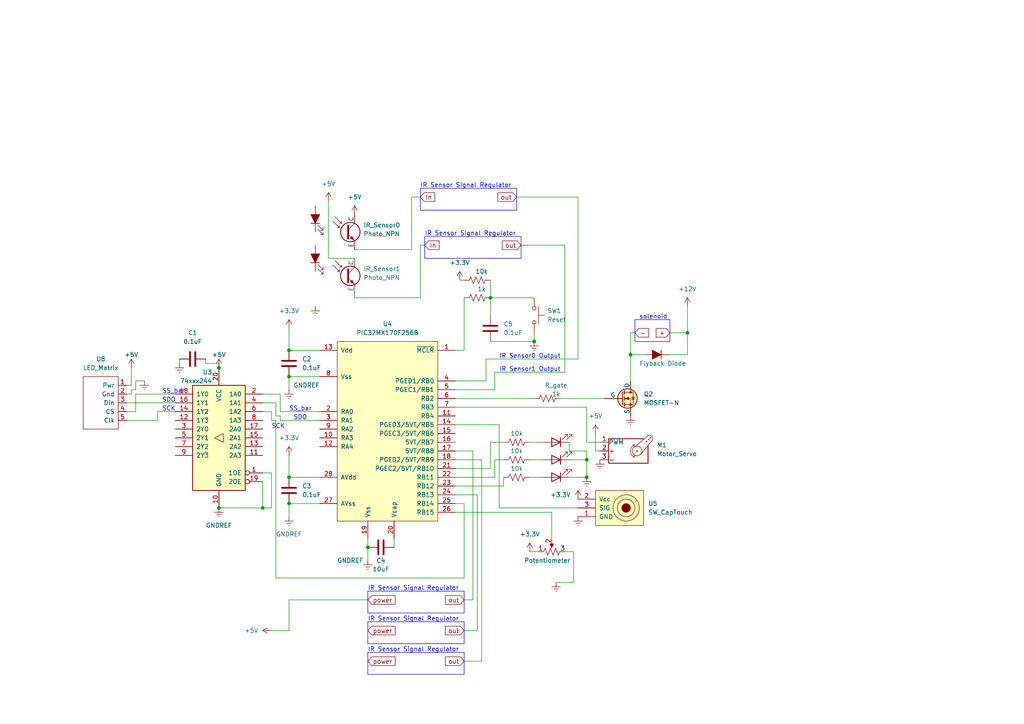
<source format=kicad_sch>
(kicad_sch (version 20230121) (generator eeschema)
  (paper "A4")
  (lib_symbols
    (symbol "Device:LED" (pin_numbers hide) (pin_names (offset 1.016) hide)
      (property "Reference" "D" (at 0 2.54 0))
      (property "Value" "LED" (at 0 -2.54 0))
      (symbol "LED_0_1"
        (polyline (pts (xy -1.27 -1.27) (xy -1.27 1.27)) (stroke (width 0.254)))
        (polyline (pts (xy -1.27 0) (xy 1.27 0)))
        (polyline (pts (xy 1.27 -1.27) (xy 1.27 1.27) (xy -1.27 0) (xy 1.27 -1.27)) (stroke (width 0.254)))
        (polyline (pts (xy -3.048 -0.762) (xy -4.572 -2.286) (xy -3.81 -2.286) (xy -4.572 -2.286) (xy -4.572 -1.524)))
        (polyline (pts (xy -1.778 -0.762) (xy -3.302 -2.286) (xy -2.54 -2.286) (xy -3.302 -2.286) (xy -3.302 -1.524)))
      )
      (symbol "LED_1_1"
        (pin passive line (at -3.81 0 0) (length 2.54) (name "K") (number "1"))
        (pin passive line (at 3.81 0 180) (length 2.54) (name "A") (number "2"))
      )
    )
    (symbol "ME218_BaseLib:74xxx244" (pin_names (offset 1.016))
      (property "Reference" "U" (at -7.62 16.51 0))
      (property "Value" "74xxx244" (at -7.62 -16.51 0))
      (symbol "74xxx244_1_0"
        (polyline (pts (xy 1.27 0) (xy -1.27 1.27) (xy -1.27 -1.27) (xy 1.27 0)) (stroke (width 0.1524)))
        (pin input inverted (at -12.7 -10.16 0) (length 5.08) (name "1OE") (number "1"))
        (pin power_in line (at 0 -20.32 90) (length 5.08) (name "GND") (number "10"))
        (pin input line (at -12.7 -5.08 0) (length 5.08) (name "2A3") (number "11"))
        (pin output line (at 12.7 5.08 180) (length 5.08) (name "1Y3") (number "12"))
        (pin input line (at -12.7 -2.54 0) (length 5.08) (name "2A2") (number "13"))
        (pin output line (at 12.7 7.62 180) (length 5.08) (name "1Y2") (number "14"))
        (pin input line (at -12.7 0 0) (length 5.08) (name "2A1") (number "15"))
        (pin output line (at 12.7 10.16 180) (length 5.08) (name "1Y1") (number "16"))
        (pin input line (at -12.7 2.54 0) (length 5.08) (name "2A0") (number "17"))
        (pin output line (at 12.7 12.7 180) (length 5.08) (name "1Y0") (number "18"))
        (pin input inverted (at -12.7 -12.7 0) (length 5.08) (name "2OE") (number "19"))
        (pin input line (at -12.7 12.7 0) (length 5.08) (name "1A0") (number "2"))
        (pin power_in line (at 0 20.32 270) (length 5.08) (name "VCC") (number "20"))
        (pin output line (at 12.7 2.54 180) (length 5.08) (name "2Y0") (number "3"))
        (pin input line (at -12.7 10.16 0) (length 5.08) (name "1A1") (number "4"))
        (pin output line (at 12.7 0 180) (length 5.08) (name "2Y1") (number "5"))
        (pin input line (at -12.7 7.62 0) (length 5.08) (name "1A2") (number "6"))
        (pin output line (at 12.7 -2.54 180) (length 5.08) (name "2Y2") (number "7"))
        (pin input line (at -12.7 5.08 0) (length 5.08) (name "1A3") (number "8"))
        (pin output line (at 12.7 -5.08 180) (length 5.08) (name "2Y3") (number "9"))
      )
      (symbol "74xxx244_1_1"
        (rectangle (start -7.62 15.24) (end 7.62 -15.24) (stroke (width 0.254)) (fill (type background)))
      )
    )
    (symbol "ME218_BaseLib:Cap" (pin_numbers hide) (pin_names (offset 0.254))
      (property "Reference" "C" (at 0.635 2.54 0))
      (property "Value" "Cap" (at 0.635 -2.54 0))
      (symbol "Cap_0_1"
        (polyline (pts (xy -2.032 -0.762) (xy 2.032 -0.762)) (stroke (width 0.508)))
        (polyline (pts (xy -2.032 0.762) (xy 2.032 0.762)) (stroke (width 0.508)))
      )
      (symbol "Cap_1_1"
        (pin passive line (at 0 3.81 270) (length 2.794) (name "~") (number "1"))
        (pin passive line (at 0 -3.81 90) (length 2.794) (name "~") (number "2"))
      )
    )
    (symbol "ME218_BaseLib:Diode" (pin_numbers hide) (pin_names (offset 1.016) hide)
      (property "Reference" "D" (at 0 2.54 0))
      (property "Value" "Diode" (at 0 -2.54 0))
      (symbol "Diode_0_1"
        (polyline (pts (xy -1.27 1.27) (xy -1.27 -1.27)) (stroke (width 0.2032)))
        (polyline (pts (xy 1.27 0) (xy -1.27 0)))
        (polyline (pts (xy 1.27 1.27) (xy 1.27 -1.27) (xy -1.27 0) (xy 1.27 1.27)) (stroke (width 0.2032)) (fill (type outline)))
      )
      (symbol "Diode_1_1"
        (pin passive line (at -3.81 0 0) (length 2.54) (name "K") (number "1"))
        (pin passive line (at 3.81 0 180) (length 2.54) (name "A") (number "2"))
      )
    )
    (symbol "ME218_BaseLib:LED" (pin_numbers hide) (pin_names (offset 1.016) hide)
      (property "Reference" "D" (at 0 2.54 0))
      (property "Value" "LED" (at 0 -2.54 0))
      (symbol "LED_0_1"
        (polyline (pts (xy -1.27 -1.27) (xy -1.27 1.27)) (stroke (width 0.2032)))
        (polyline (pts (xy -1.27 0) (xy 1.27 0)))
        (polyline (pts (xy 1.27 -1.27) (xy 1.27 1.27) (xy -1.27 0) (xy 1.27 -1.27)) (stroke (width 0.2032)) (fill (type outline)))
        (polyline (pts (xy -3.048 -0.762) (xy -4.572 -2.286) (xy -3.81 -2.286) (xy -4.572 -2.286) (xy -4.572 -1.524)))
        (polyline (pts (xy -1.778 -0.762) (xy -3.302 -2.286) (xy -2.54 -2.286) (xy -3.302 -2.286) (xy -3.302 -1.524)))
      )
      (symbol "LED_1_1"
        (pin passive line (at -3.81 0 0) (length 2.54) (name "K") (number "1"))
        (pin passive line (at 3.81 0 180) (length 2.54) (name "A") (number "2"))
      )
    )
    (symbol "ME218_BaseLib:LED_Matrix" (pin_names (offset 1.016))
      (property "Reference" "U" (at 1.27 17.78 0))
      (property "Value" "LED_Matrix" (at 5.08 0 0))
      (symbol "LED_Matrix_0_1"
        (rectangle (start 0 16.51) (end 10.16 1.27))
      )
      (symbol "LED_Matrix_1_1"
        (pin power_in line (at 12.7 13.97 180) (length 2.54) (name "Pwr") (number "1"))
        (pin power_in line (at 12.7 11.43 180) (length 2.54) (name "Gnd") (number "2"))
        (pin input line (at 12.7 8.89 180) (length 2.54) (name "Din") (number "3"))
        (pin input line (at 12.7 6.35 180) (length 2.54) (name "CS") (number "4"))
        (pin input line (at 12.7 3.81 180) (length 2.54) (name "Clk") (number "5"))
      )
    )
    (symbol "ME218_BaseLib:MCP6294"
      (property "Reference" "U" (at 1.27 5.08 0))
      (property "Value" "MCP6294" (at 3.81 -5.08 0))
      (symbol "MCP6294_0_1"
        (polyline (pts (xy -5.08 5.08) (xy 5.08 0) (xy -5.08 -5.08) (xy -5.08 5.08)) (stroke (width 0.1524)) (fill (type background)))
        (pin power_in line (at -2.54 -7.62 90) (length 3.81) (name "V-") (number "11"))
        (pin power_in line (at -2.54 7.62 270) (length 3.81) (name "V+") (number "4"))
      )
      (symbol "MCP6294_1_1"
        (pin output line (at 7.62 0 180) (length 2.54) (name "~") (number "1"))
        (pin input line (at -7.62 2.54 0) (length 2.54) (name "-") (number "2"))
        (pin input line (at -7.62 -2.54 0) (length 2.54) (name "+") (number "3"))
      )
      (symbol "MCP6294_2_1"
        (pin input line (at -7.62 -2.54 0) (length 2.54) (name "+") (number "5"))
        (pin input line (at -7.62 2.54 0) (length 2.54) (name "-") (number "6"))
        (pin output line (at 7.62 0 180) (length 2.54) (name "~") (number "7"))
      )
      (symbol "MCP6294_3_1"
        (pin input line (at -7.62 -2.54 0) (length 2.54) (name "+") (number "10"))
        (pin output line (at 7.62 0 180) (length 2.54) (name "~") (number "8"))
        (pin input line (at -7.62 2.54 0) (length 2.54) (name "-") (number "9"))
      )
      (symbol "MCP6294_4_1"
        (pin input line (at -7.62 -2.54 0) (length 2.54) (name "+") (number "12"))
        (pin input line (at -7.62 2.54 0) (length 2.54) (name "-") (number "13"))
        (pin output line (at 7.62 0 180) (length 2.54) (name "~") (number "14"))
      )
    )
    (symbol "ME218_BaseLib:MOSFET-N" (pin_numbers hide) (pin_names (offset 0))
      (property "Reference" "Q" (at 5.08 1.27 0))
      (property "Value" "MOSFET-N" (at 5.08 -1.27 0))
      (symbol "MOSFET-N_0_1"
        (polyline (pts (xy 0.0508 0) (xy 0.254 0)))
        (polyline (pts (xy 0.762 -1.778) (xy 2.54 -1.778)))
        (polyline (pts (xy 0.762 -1.27) (xy 0.762 -2.286)) (stroke (width 0.254)))
        (polyline (pts (xy 0.762 0) (xy 2.54 0)))
        (polyline (pts (xy 0.762 0.508) (xy 0.762 -0.508)) (stroke (width 0.254)))
        (polyline (pts (xy 0.762 1.778) (xy 2.54 1.778)))
        (polyline (pts (xy 0.762 2.286) (xy 0.762 1.27)) (stroke (width 0.254)))
        (polyline (pts (xy 2.54 -1.778) (xy 2.54 -2.54)))
        (polyline (pts (xy 2.54 -1.778) (xy 2.54 0)))
        (polyline (pts (xy 2.54 2.54) (xy 2.54 1.778)))
        (polyline (pts (xy 0.254 1.905) (xy 0.254 -1.905) (xy 0.254 -1.905)) (stroke (width 0.254)))
        (polyline (pts (xy 1.016 0) (xy 2.032 0.381) (xy 2.032 -0.381) (xy 1.016 0)) (fill (type outline)))
        (polyline (pts (xy 2.54 -1.778) (xy 3.302 -1.778) (xy 3.302 1.778) (xy 2.54 1.778)))
        (polyline (pts (xy 2.794 0.508) (xy 2.921 0.381) (xy 3.683 0.381) (xy 3.81 0.254)))
        (polyline (pts (xy 3.302 0.381) (xy 2.921 -0.254) (xy 3.683 -0.254) (xy 3.302 0.381)))
        (circle (center 1.651 0) (radius 2.8194) (stroke (width 0.254)) (fill (type background)))
        (circle (center 2.54 -1.778) (radius 0.2794) (fill (type outline)))
        (circle (center 2.54 1.778) (radius 0.2794) (fill (type outline)))
      )
      (symbol "MOSFET-N_1_1"
        (pin passive line (at 2.54 5.08 270) (length 2.54) (name "D") (number "1"))
        (pin input line (at -5.08 0 0) (length 5.08) (name "G") (number "2"))
        (pin passive line (at 2.54 -5.08 90) (length 2.54) (name "S") (number "3"))
      )
    )
    (symbol "ME218_BaseLib:Motor_Servo" (pin_names (offset 0.0254))
      (property "Reference" "M" (at -5.08 4.445 0))
      (property "Value" "Motor_Servo" (at -5.08 -4.064 0))
      (symbol "Motor_Servo_0_1"
        (polyline (pts (xy 2.413 -1.778) (xy 2.032 -1.778)))
        (polyline (pts (xy 2.413 -1.778) (xy 2.286 -1.397)))
        (polyline (pts (xy 2.413 1.778) (xy 1.905 1.778)))
        (polyline (pts (xy 2.413 1.778) (xy 2.286 1.397)))
        (polyline (pts (xy 6.35 4.445) (xy 2.54 1.27)))
        (polyline (pts (xy 7.62 3.175) (xy 4.191 -1.016)))
        (polyline (pts (xy 5.08 3.556) (xy -5.08 3.556) (xy -5.08 -3.556) (xy 6.35 -3.556) (xy 6.35 1.524)) (stroke (width 0.254)))
        (arc (start 2.413 1.778) (mid 1.2406 0) (end 2.413 -1.778))
        (circle (center 3.175 0) (radius 0.1778))
        (circle (center 3.175 0) (radius 1.4224))
        (circle (center 5.969 2.794) (radius 0.127))
        (circle (center 6.477 3.302) (radius 0.127))
        (circle (center 6.985 3.81) (radius 0.127))
        (arc (start 7.62 3.175) (mid 7.4485 4.2735) (end 6.35 4.445))
      )
      (symbol "Motor_Servo_1_1"
        (pin passive line (at -7.62 2.54 0) (length 2.54) (name "PWM") (number "1"))
        (pin passive line (at -7.62 0 0) (length 2.54) (name "+") (number "2"))
        (pin passive line (at -7.62 -2.54 0) (length 2.54) (name "-") (number "3"))
      )
    )
    (symbol "ME218_BaseLib:PIC32MX170F256B" (pin_names (offset 1.016))
      (property "Reference" "U" (at -20.32 25.4 0))
      (property "Value" "PIC32MX170F256B" (at -7.62 25.4 0))
      (symbol "PIC32MX170F256B_0_1"
        (rectangle (start -21.59 24.13) (end 7.62 -27.94) (fill (type background)))
      )
      (symbol "PIC32MX170F256B_1_1"
        (pin input line (at 12.7 21.59 180) (length 5.08) (name "~{MCLR}") (number "1"))
        (pin bidirectional line (at -26.67 -3.81 0) (length 5.08) (name "RA3") (number "10"))
        (pin bidirectional line (at 12.7 2.54 180) (length 5.08) (name "RB4") (number "11"))
        (pin bidirectional line (at -26.67 -6.35 0) (length 5.08) (name "RA4") (number "12"))
        (pin power_in line (at -26.67 21.59 0) (length 5.08) (name "Vdd") (number "13"))
        (pin bidirectional line (at 12.7 0 180) (length 5.08) (name "PGED3/5VT/RB5") (number "14"))
        (pin bidirectional line (at 12.7 -2.54 180) (length 5.08) (name "PGEC3/5VT/RB6") (number "15"))
        (pin bidirectional line (at 12.7 -5.08 180) (length 5.08) (name "5VT/RB7") (number "16"))
        (pin bidirectional line (at 12.7 -7.62 180) (length 5.08) (name "5VT/RB8") (number "17"))
        (pin bidirectional line (at 12.7 -10.16 180) (length 5.08) (name "PGED2/5VT/RB9") (number "18"))
        (pin power_in line (at -12.7 -33.02 90) (length 5.08) (name "Vss") (number "19"))
        (pin bidirectional line (at -26.67 3.81 0) (length 5.08) (name "RA0") (number "2"))
        (pin input line (at -5.08 -33.02 90) (length 5.08) (name "Vcap") (number "20"))
        (pin bidirectional line (at 12.7 -12.7 180) (length 5.08) (name "PGEC2/5VT/RB10") (number "21"))
        (pin bidirectional line (at 12.7 -15.24 180) (length 5.08) (name "RB11") (number "22"))
        (pin bidirectional line (at 12.7 -17.78 180) (length 5.08) (name "RB12") (number "23"))
        (pin bidirectional line (at 12.7 -20.32 180) (length 5.08) (name "RB13") (number "24"))
        (pin bidirectional line (at 12.7 -22.86 180) (length 5.08) (name "RB14") (number "25"))
        (pin bidirectional line (at 12.7 -25.4 180) (length 5.08) (name "RB15") (number "26"))
        (pin power_in line (at -26.67 -22.86 0) (length 5.08) (name "AVss") (number "27"))
        (pin power_in line (at -26.67 -15.24 0) (length 5.08) (name "AVdd") (number "28"))
        (pin bidirectional line (at -26.67 1.27 0) (length 5.08) (name "RA1") (number "3"))
        (pin bidirectional line (at 12.7 12.7 180) (length 5.08) (name "PGED1/RB0") (number "4"))
        (pin bidirectional line (at 12.7 10.16 180) (length 5.08) (name "PGEC1/RB1") (number "5"))
        (pin bidirectional line (at 12.7 7.62 180) (length 5.08) (name "RB2") (number "6"))
        (pin bidirectional line (at 12.7 5.08 180) (length 5.08) (name "RB3") (number "7"))
        (pin power_in line (at -26.67 13.97 0) (length 5.08) (name "Vss") (number "8"))
        (pin bidirectional line (at -26.67 -1.27 0) (length 5.08) (name "RA2") (number "9"))
      )
    )
    (symbol "ME218_BaseLib:Photo_NPN" (pin_numbers hide) (pin_names (offset 0))
      (property "Reference" "Q" (at 5.08 1.27 0))
      (property "Value" "Photo_NPN" (at 5.08 -1.27 0))
      (symbol "Photo_NPN_0_1"
        (polyline (pts (xy -1.905 1.27) (xy -2.54 1.27)))
        (polyline (pts (xy -1.27 2.54) (xy -1.905 2.54)))
        (polyline (pts (xy 0.635 0.635) (xy 2.54 2.54)))
        (polyline (pts (xy -3.81 3.175) (xy -1.905 1.27) (xy -1.905 1.905)))
        (polyline (pts (xy -3.175 4.445) (xy -1.27 2.54) (xy -1.27 3.175)))
        (polyline (pts (xy 0.635 -0.635) (xy 2.54 -2.54) (xy 2.54 -2.54)))
        (polyline (pts (xy 0.635 1.905) (xy 0.635 -1.905) (xy 0.635 -1.905)) (stroke (width 0.508)))
        (polyline (pts (xy 1.27 -1.778) (xy 1.778 -1.27) (xy 2.286 -2.286) (xy 1.27 -1.778) (xy 1.27 -1.778)) (fill (type outline)))
        (circle (center 1.27 0) (radius 2.8194) (stroke (width 0.254)))
      )
      (symbol "Photo_NPN_1_1"
        (pin passive line (at 2.54 5.08 270) (length 2.54) (name "C") (number "1"))
        (pin passive line (at 2.54 -5.08 90) (length 2.54) (name "E") (number "2"))
      )
    )
    (symbol "ME218_BaseLib:RPot1" (pin_names (offset 1.016) hide)
      (property "Reference" "RV" (at -4.445 0 90))
      (property "Value" "RPot1" (at -2.54 0 90))
      (symbol "RPot1_0_1"
        (polyline (pts (xy 0 -2.286) (xy 0 -2.54)))
        (polyline (pts (xy 0 2.54) (xy 0 2.286)))
        (polyline (pts (xy 2.54 0) (xy 1.524 0)))
        (polyline (pts (xy 1.143 0) (xy 2.286 0.508) (xy 2.286 -0.508) (xy 1.143 0)) (fill (type outline)))
        (polyline (pts (xy 0 -0.762) (xy 1.016 -1.143) (xy 0 -1.524) (xy -1.016 -1.905) (xy 0 -2.286)))
        (polyline (pts (xy 0 0.762) (xy 1.016 0.381) (xy 0 0) (xy -1.016 -0.381) (xy 0 -0.762)))
        (polyline (pts (xy 0 2.286) (xy 1.016 1.905) (xy 0 1.524) (xy -1.016 1.143) (xy 0 0.762)))
      )
      (symbol "RPot1_1_1"
        (pin passive line (at 0 3.81 270) (length 1.27) (name "1") (number "1"))
        (pin passive line (at 3.81 0 180) (length 1.27) (name "2") (number "2"))
        (pin passive line (at 0 -3.81 90) (length 1.27) (name "3") (number "3"))
      )
    )
    (symbol "ME218_BaseLib:Res1" (pin_numbers hide) (pin_names (offset 0))
      (property "Reference" "R" (at 2.54 0 90))
      (property "Value" "Res1" (at -2.54 0 90))
      (symbol "Res1_0_1"
        (polyline (pts (xy 0 -2.286) (xy 0 -2.54)))
        (polyline (pts (xy 0 2.286) (xy 0 2.54)))
        (polyline (pts (xy 0 -0.762) (xy 1.016 -1.143) (xy 0 -1.524) (xy -1.016 -1.905) (xy 0 -2.286)))
        (polyline (pts (xy 0 0.762) (xy 1.016 0.381) (xy 0 0) (xy -1.016 -0.381) (xy 0 -0.762)))
        (polyline (pts (xy 0 2.286) (xy 1.016 1.905) (xy 0 1.524) (xy -1.016 1.143) (xy 0 0.762)))
      )
      (symbol "Res1_1_1"
        (pin passive line (at 0 3.81 270) (length 1.27) (name "~") (number "1"))
        (pin passive line (at 0 -3.81 90) (length 1.27) (name "~") (number "2"))
      )
    )
    (symbol "ME218_BaseLib:SW-PB" (pin_numbers hide) (pin_names (offset 1.016) hide)
      (property "Reference" "SW" (at 1.27 2.54 0))
      (property "Value" "SW-PB" (at 0 -1.524 0))
      (symbol "SW-PB_0_1"
        (circle (center -2.032 0) (radius 0.508))
        (polyline (pts (xy 0 1.27) (xy 0 3.048)))
        (polyline (pts (xy 2.54 1.27) (xy -2.54 1.27)))
        (circle (center 2.032 0) (radius 0.508))
        (pin passive line (at -5.08 0 0) (length 2.54) (name "1") (number "1"))
        (pin passive line (at 5.08 0 180) (length 2.54) (name "2") (number "2"))
      )
    )
    (symbol "ME218_BaseLib:SW_CapTouch" (pin_names (offset 1.016))
      (property "Reference" "U" (at -3.81 6.35 0))
      (property "Value" "SW_CapTouch" (at 2.54 -6.35 0))
      (symbol "SW_CapTouch_0_1"
        (rectangle (start -5.08 5.08) (end 8.89 -5.08) (fill (type background)))
        (circle (center 3.81 0) (radius 1.27) (fill (type outline)))
        (circle (center 3.81 0) (radius 2.54))
        (circle (center 3.81 0) (radius 3.81))
      )
      (symbol "SW_CapTouch_1_1"
        (pin power_in line (at -10.16 -2.54 0) (length 5.08) (name "GND") (number "1"))
        (pin power_in line (at -10.16 2.54 0) (length 5.08) (name "Vcc") (number "2"))
        (pin output line (at -10.16 0 0) (length 5.08) (name "SIG") (number "3"))
      )
    )
    (symbol "power:+12V" (power) (pin_names (offset 0))
      (property "Value" "+12V" (at 0 3.556 0))
      (symbol "+12V_0_1"
        (polyline (pts (xy -0.762 1.27) (xy 0 2.54)))
        (polyline (pts (xy 0 0) (xy 0 2.54)))
        (polyline (pts (xy 0 2.54) (xy 0.762 1.27)))
      )
      (symbol "+12V_1_1"
        (pin power_in line (at 0 0 90) (length 0) hide (name "+12V") (number "1"))
      )
    )
    (symbol "power:+3.3V" (power) (pin_names (offset 0))
      (property "Value" "+3.3V" (at 0 3.556 0))
      (symbol "+3.3V_0_1"
        (polyline (pts (xy -0.762 1.27) (xy 0 2.54)))
        (polyline (pts (xy 0 0) (xy 0 2.54)))
        (polyline (pts (xy 0 2.54) (xy 0.762 1.27)))
      )
      (symbol "+3.3V_1_1"
        (pin power_in line (at 0 0 90) (length 0) hide (name "+3.3V") (number "1"))
      )
    )
    (symbol "power:+5V" (power) (pin_names (offset 0))
      (property "Value" "+5V" (at 0 3.556 0))
      (symbol "+5V_0_1"
        (polyline (pts (xy -0.762 1.27) (xy 0 2.54)))
        (polyline (pts (xy 0 0) (xy 0 2.54)))
        (polyline (pts (xy 0 2.54) (xy 0.762 1.27)))
      )
      (symbol "+5V_1_1"
        (pin power_in line (at 0 0 90) (length 0) hide (name "+5V") (number "1"))
      )
    )
    (symbol "power:GNDREF" (power) (pin_names (offset 0))
      (property "Value" "GNDREF" (at 0 -3.81 0))
      (symbol "GNDREF_0_1"
        (polyline (pts (xy -0.635 -1.905) (xy 0.635 -1.905)))
        (polyline (pts (xy -0.127 -2.54) (xy 0.127 -2.54)))
        (polyline (pts (xy 0 -1.27) (xy 0 0)))
        (polyline (pts (xy 1.27 -1.27) (xy -1.27 -1.27)))
      )
      (symbol "GNDREF_1_1"
        (pin power_in line (at 0 0 270) (length 0) hide (name "GNDREF") (number "1"))
      )
    )
  )
  (junction (at 83.82 146.05))
  (junction (at 359.41 50.8))
  (junction (at 334.01 66.04))
  (junction (at 106.68 158.75))
  (junction (at 379.73 68.58))
  (junction (at 379.73 71.12))
  (junction (at 416.56 67.31))
  (junction (at 398.78 57.15))
  (junction (at 154.94 99.06))
  (junction (at 170.18 138.43))
  (junction (at 346.71 50.8))
  (junction (at 365.76 63.5))
  (junction (at 170.18 133.35))
  (junction (at 412.75 67.31))
  (junction (at 351.79 50.8))
  (junction (at 63.5 106.68))
  (junction (at 199.39 96.52))
  (junction (at 63.5 147.32))
  (junction (at 83.82 138.43))
  (junction (at 76.2 147.32))
  (junction (at 379.73 63.5))
  (junction (at 182.88 102.87))
  (junction (at 83.82 101.6))
  (junction (at 142.24 86.36))
  (junction (at 393.7 68.58))
  (junction (at 83.82 109.22))
  (wire (pts (xy 83.82 173.99) (xy 83.82 182.88)))
  (wire (pts (xy 36.83 114.3) (xy 38.1 114.3)))
  (wire (pts (xy 59.69 105.41) (xy 63.5 105.41)))
  (wire (pts (xy 142.24 99.06) (xy 154.94 99.06)))
  (wire (pts (xy 38.1 113.03) (xy 39.37 113.03)))
  (wire (pts (xy 121.92 71.12) (xy 123.19 71.12)))
  (wire (pts (xy 143.51 133.35) (xy 143.51 138.43)))
  (wire (pts (xy 172.72 130.81) (xy 173.99 130.81)))
  (wire (pts (xy 45.72 119.38) (xy 50.8 119.38)))
  (wire (pts (xy 83.82 113.03) (xy 83.82 109.22)))
  (wire (pts (xy 81.28 120.65) (xy 80.01 120.65)))
  (wire (pts (xy 379.73 71.12) (xy 379.73 68.58)))
  (wire (pts (xy 83.82 146.05) (xy 92.71 146.05)))
  (wire (pts (xy 134.62 167.64) (xy 134.62 146.05)))
  (wire (pts (xy 132.08 130.81) (xy 137.16 130.81)))
  (wire (pts (xy 80.01 121.92) (xy 78.74 121.92)))
  (wire (pts (xy 154.94 96.52) (xy 154.94 99.06)))
  (wire (pts (xy 132.08 110.49) (xy 140.97 110.49)))
  (wire (pts (xy 134.62 182.88) (xy 138.43 182.88)))
  (wire (pts (xy 194.31 96.52) (xy 199.39 96.52)))
  (wire (pts (xy 76.2 139.7) (xy 76.2 147.32)))
  (wire (pts (xy 38.1 111.76) (xy 38.1 106.68)))
  (wire (pts (xy 80.01 116.84) (xy 76.2 116.84)))
  (wire (pts (xy 83.82 138.43) (xy 83.82 132.08)))
  (wire (pts (xy 416.56 67.31) (xy 412.75 67.31)))
  (wire (pts (xy 39.37 114.3) (xy 50.8 114.3)))
  (wire (pts (xy 146.05 140.97) (xy 132.08 140.97)))
  (wire (pts (xy 162.56 115.57) (xy 175.26 115.57)))
  (wire (pts (xy 182.88 102.87) (xy 186.69 102.87)))
  (wire (pts (xy 102.87 72.39) (xy 119.38 72.39)))
  (wire (pts (xy 146.05 133.35) (xy 143.51 133.35)))
  (wire (pts (xy 393.7 83.82) (xy 397.51 83.82)))
  (wire (pts (xy 144.78 147.32) (xy 144.78 123.19)))
  (wire (pts (xy 365.76 50.8) (xy 365.76 63.5)))
  (wire (pts (xy 334.01 66.04) (xy 350.52 66.04)))
  (wire (pts (xy 405.13 83.82) (xy 412.75 83.82)))
  (wire (pts (xy 78.74 137.16) (xy 78.74 147.32)))
  (wire (pts (xy 339.09 50.8) (xy 346.71 50.8)))
  (wire (pts (xy 102.87 86.36) (xy 121.92 86.36)))
  (wire (pts (xy 170.18 118.11) (xy 170.18 128.27)))
  (wire (pts (xy 38.1 114.3) (xy 38.1 113.03)))
  (wire (pts (xy 102.87 85.09) (xy 102.87 86.36)))
  (wire (pts (xy 134.62 86.36) (xy 134.62 101.6)))
  (wire (pts (xy 412.75 83.82) (xy 412.75 67.31)))
  (wire (pts (xy 170.18 133.35) (xy 165.1 133.35)))
  (wire (pts (xy 199.39 102.87) (xy 199.39 96.52)))
  (wire (pts (xy 416.56 64.77) (xy 416.56 67.31)))
  (wire (pts (xy 81.28 114.3) (xy 81.28 119.38)))
  (wire (pts (xy 132.08 115.57) (xy 154.94 115.57)))
  (wire (pts (xy 39.37 119.38) (xy 36.83 119.38)))
  (wire (pts (xy 153.67 138.43) (xy 157.48 138.43)))
  (wire (pts (xy 134.62 101.6) (xy 132.08 101.6)))
  (wire (pts (xy 140.97 104.14) (xy 167.64 104.14)))
  (wire (pts (xy 83.82 101.6) (xy 83.82 95.25)))
  (wire (pts (xy 153.67 133.35) (xy 157.48 133.35)))
  (wire (pts (xy 39.37 113.03) (xy 39.37 110.49)))
  (wire (pts (xy 167.64 147.32) (xy 144.78 147.32)))
  (wire (pts (xy 102.87 74.93) (xy 95.25 74.93)))
  (wire (pts (xy 95.25 58.42) (xy 95.25 74.93)))
  (wire (pts (xy 134.62 146.05) (xy 132.08 146.05)))
  (wire (pts (xy 163.83 160.02) (xy 166.37 160.02)))
  (wire (pts (xy 182.88 96.52) (xy 184.15 96.52)))
  (wire (pts (xy 398.78 57.15) (xy 416.56 57.15)))
  (wire (pts (xy 81.28 121.92) (xy 81.28 120.65)))
  (wire (pts (xy 359.41 40.64) (xy 359.41 50.8)))
  (wire (pts (xy 80.01 121.92) (xy 80.01 167.64)))
  (wire (pts (xy 142.24 91.44) (xy 142.24 86.36)))
  (wire (pts (xy 142.24 135.89) (xy 142.24 128.27)))
  (wire (pts (xy 39.37 114.3) (xy 39.37 119.38)))
  (wire (pts (xy 151.13 71.12) (xy 163.83 71.12)))
  (wire (pts (xy 398.78 57.15) (xy 398.78 58.42)))
  (wire (pts (xy 45.72 119.38) (xy 45.72 121.92)))
  (wire (pts (xy 165.1 128.27) (xy 165.1 130.81)))
  (wire (pts (xy 36.83 111.76) (xy 38.1 111.76)))
  (wire (pts (xy 379.73 62.23) (xy 379.73 63.5)))
  (wire (pts (xy 138.43 143.51) (xy 138.43 182.88)))
  (wire (pts (xy 166.37 168.91) (xy 161.29 168.91)))
  (wire (pts (xy 142.24 81.28) (xy 142.24 86.36)))
  (wire (pts (xy 45.72 121.92) (xy 36.83 121.92)))
  (wire (pts (xy 78.74 121.92) (xy 78.74 119.38)))
  (wire (pts (xy 114.3 156.21) (xy 114.3 158.75)))
  (wire (pts (xy 119.38 57.15) (xy 121.92 57.15)))
  (wire (pts (xy 379.73 52.07) (xy 379.73 54.61)))
  (wire (pts (xy 63.5 105.41) (xy 63.5 106.68)))
  (wire (pts (xy 160.02 148.59) (xy 160.02 156.21)))
  (wire (pts (xy 39.37 110.49) (xy 41.91 110.49)))
  (wire (pts (xy 167.64 57.15) (xy 167.64 104.14)))
  (wire (pts (xy 346.71 50.8) (xy 346.71 60.96)))
  (wire (pts (xy 199.39 96.52) (xy 199.39 88.9)))
  (wire (pts (xy 76.2 137.16) (xy 78.74 137.16)))
  (wire (pts (xy 149.86 57.15) (xy 167.64 57.15)))
  (wire (pts (xy 379.73 68.58) (xy 393.7 68.58)))
  (wire (pts (xy 106.68 156.21) (xy 106.68 158.75)))
  (wire (pts (xy 170.18 138.43) (xy 170.18 133.35)))
  (wire (pts (xy 140.97 110.49) (xy 140.97 104.14)))
  (wire (pts (xy 81.28 114.3) (xy 76.2 114.3)))
  (wire (pts (xy 351.79 40.64) (xy 351.79 50.8)))
  (wire (pts (xy 163.83 107.95) (xy 143.51 107.95)))
  (wire (pts (xy 379.73 63.5) (xy 393.7 63.5)))
  (wire (pts (xy 132.08 143.51) (xy 138.43 143.51)))
  (wire (pts (xy 106.68 173.99) (xy 83.82 173.99)))
  (wire (pts (xy 137.16 130.81) (xy 137.16 173.99)))
  (wire (pts (xy 355.6 58.42) (xy 355.6 55.88)))
  (wire (pts (xy 92.71 121.92) (xy 81.28 121.92)))
  (wire (pts (xy 83.82 109.22) (xy 92.71 109.22)))
  (wire (pts (xy 143.51 107.95) (xy 143.51 113.03)))
  (wire (pts (xy 166.37 160.02) (xy 166.37 168.91)))
  (wire (pts (xy 80.01 167.64) (xy 134.62 167.64)))
  (wire (pts (xy 139.7 133.35) (xy 139.7 191.77)))
  (wire (pts (xy 78.74 119.38) (xy 76.2 119.38)))
  (wire (pts (xy 121.92 86.36) (xy 121.92 71.12)))
  (wire (pts (xy 142.24 86.36) (xy 154.94 86.36)))
  (wire (pts (xy 182.88 102.87) (xy 182.88 96.52)))
  (wire (pts (xy 132.08 113.03) (xy 143.51 113.03)))
  (wire (pts (xy 379.73 68.58) (xy 379.73 63.5)))
  (wire (pts (xy 393.7 83.82) (xy 393.7 68.58)))
  (wire (pts (xy 142.24 128.27) (xy 146.05 128.27)))
  (wire (pts (xy 153.67 128.27) (xy 157.48 128.27)))
  (wire (pts (xy 182.88 110.49) (xy 182.88 102.87)))
  (wire (pts (xy 132.08 135.89) (xy 142.24 135.89)))
  (wire (pts (xy 76.2 147.32) (xy 63.5 147.32)))
  (wire (pts (xy 416.56 67.31) (xy 422.91 67.31)))
  (wire (pts (xy 172.72 125.73) (xy 172.72 130.81)))
  (wire (pts (xy 146.05 138.43) (xy 146.05 140.97)))
  (wire (pts (xy 143.51 138.43) (xy 132.08 138.43)))
  (wire (pts (xy 81.28 119.38) (xy 92.71 119.38)))
  (wire (pts (xy 83.82 138.43) (xy 92.71 138.43)))
  (wire (pts (xy 165.1 130.81) (xy 170.18 130.81)))
  (wire (pts (xy 134.62 81.28) (xy 133.35 81.28)))
  (wire (pts (xy 137.16 173.99) (xy 134.62 173.99)))
  (wire (pts (xy 83.82 101.6) (xy 92.71 101.6)))
  (wire (pts (xy 144.78 123.19) (xy 132.08 123.19)))
  (wire (pts (xy 412.75 67.31) (xy 408.94 67.31)))
  (wire (pts (xy 106.68 162.56) (xy 106.68 158.75)))
  (wire (pts (xy 83.82 149.86) (xy 83.82 146.05)))
  (wire (pts (xy 346.71 50.8) (xy 351.79 50.8)))
  (wire (pts (xy 59.69 104.14) (xy 59.69 105.41)))
  (wire (pts (xy 36.83 116.84) (xy 50.8 116.84)))
  (wire (pts (xy 132.08 118.11) (xy 170.18 118.11)))
  (wire (pts (xy 132.08 148.59) (xy 160.02 148.59)))
  (wire (pts (xy 83.82 182.88) (xy 78.74 182.88)))
  (wire (pts (xy 132.08 133.35) (xy 139.7 133.35)))
  (wire (pts (xy 408.94 67.31) (xy 408.94 66.04)))
  (wire (pts (xy 339.09 40.64) (xy 339.09 50.8)))
  (wire (pts (xy 359.41 50.8) (xy 365.76 50.8)))
  (wire (pts (xy 134.62 191.77) (xy 139.7 191.77)))
  (wire (pts (xy 346.71 60.96) (xy 350.52 60.96)))
  (wire (pts (xy 365.76 63.5) (xy 379.73 63.5)))
  (wire (pts (xy 80.01 120.65) (xy 80.01 116.84)))
  (wire (pts (xy 163.83 71.12) (xy 163.83 107.95)))
  (wire (pts (xy 78.74 147.32) (xy 76.2 147.32)))
  (wire (pts (xy 119.38 72.39) (xy 119.38 57.15)))
  (wire (pts (xy 165.1 138.43) (xy 170.18 138.43)))
  (wire (pts (xy 170.18 128.27) (xy 173.99 128.27)))
  (wire (pts (xy 379.73 72.39) (xy 379.73 71.12)))
  (wire (pts (xy 194.31 102.87) (xy 199.39 102.87)))
  (wire (pts (xy 170.18 130.81) (xy 170.18 133.35)))
  (wire (pts (xy 153.67 160.02) (xy 156.21 160.02)))
  (wire (pts (xy 52.07 105.41) (xy 52.07 104.14)))
  (rectangle (start 326.39 33.02) (end 429.26 87.63))
  (rectangle (start 129.54 140.97) (end 129.54 140.97))
  (rectangle (start 106.68 171.45) (end 134.62 177.8))
  (rectangle (start 106.68 180.34) (end 134.62 186.69))
  (rectangle (start 123.19 68.58) (end 151.13 74.93))
  (rectangle (start 106.68 189.23) (end 134.62 195.58))
  (rectangle (start 121.92 54.61) (end 149.86 60.96))
  (rectangle (start 184.15 92.71) (end 194.31 99.06))
  (text "SS_bar\n" (at 46.99 114.3 0) (effects (font (size 1.27 1.27)) (justify left bottom)))
  (text "IR Sensor Signal Regulator\n" (at 106.68 171.45 0) (effects (font (size 1.27 1.27)) (justify left bottom)))
  (text "IR Sensor Signal Regulator\n" (at 106.68 189.23 0) (effects (font (size 1.27 1.27)) (justify left bottom)))
  (text "SDO" (at 85.09 121.92 0) (effects (font (size 1.27 1.27)) (justify left bottom)))
  (text "IR Sensor Signal Regulator\n" (at 106.68 180.34 0) (effects (font (size 1.27 1.27)) (justify left bottom)))
  (text "IR Sensor1 Output\n" (at 144.78 107.95 0) (effects (font (size 1.27 1.27)) (justify left bottom)))
  (text "SDO" (at 46.99 116.84 0) (effects (font (size 1.27 1.27)) (justify left bottom)))
  (text "IR Sensor0 Output\n" (at 144.78 104.14 0) (effects (font (size 1.27 1.27)) (justify left bottom)))
  (text "IR Sensor Signal Regulator\n" (at 123.19 68.58 0) (effects (font (size 1.27 1.27)) (justify left bottom)))
  (text "SCK\n" (at 46.99 119.38 0) (effects (font (size 1.27 1.27)) (justify left bottom)))
  (text "input\n" (at 340.36 43.18 0) (effects (font (size 1.27 1.27)) (justify left bottom)))
  (text "IR Sensor Signal Regulator\n" (at 363.22 31.75 0) (effects (font (size 1.27 1.27)) (justify left bottom)))
  (text "SS_bar\n" (at 83.82 119.38 0) (effects (font (size 1.27 1.27)) (justify left bottom)))
  (text "solenoid\n" (at 185.42 92.71 0) (effects (font (size 1.27 1.27)) (justify left bottom)))
  (text "SCK\n" (at 78.74 124.46 0) (effects (font (size 1.27 1.27)) (justify left bottom)))
  (text "IR Sensor Signal Regulator\n" (at 121.92 54.61 0) (effects (font (size 1.27 1.27)) (justify left bottom)))
  (label "output" (at 421.64 66.04 0))
  (global_label "+" (shape input) (at 194.31 96.52 180) (property "Intersheetrefs" "${INTERSHEET_REFS}" (effects hide)))
  (global_label "-" (shape input) (at 184.15 96.52 0) (property "Intersheetrefs" "${INTERSHEET_REFS}" (effects hide)))
  (global_label "power" (shape input) (at 106.68 182.88 0) (property "Intersheetrefs" "${INTERSHEET_REFS}" (effects hide)))
  (global_label "In" (shape input) (at 123.19 71.12 0) (property "Intersheetrefs" "${INTERSHEET_REFS}" (effects hide)))
  (global_label "out" (shape input) (at 134.62 191.77 180) (property "Intersheetrefs" "${INTERSHEET_REFS}" (effects hide)))
  (global_label "out" (shape input) (at 149.86 57.15 180) (property "Intersheetrefs" "${INTERSHEET_REFS}" (effects hide)))
  (global_label "power" (shape input) (at 106.68 173.99 0) (property "Intersheetrefs" "${INTERSHEET_REFS}" (effects hide)))
  (global_label "In" (shape input) (at 121.92 57.15 0) (property "Intersheetrefs" "${INTERSHEET_REFS}" (effects hide)))
  (global_label "out" (shape input) (at 151.13 71.12 180) (property "Intersheetrefs" "${INTERSHEET_REFS}" (effects hide)))
  (global_label "out" (shape input) (at 134.62 182.88 180) (property "Intersheetrefs" "${INTERSHEET_REFS}" (effects hide)))
  (global_label "out" (shape input) (at 134.62 173.99 180) (property "Intersheetrefs" "${INTERSHEET_REFS}" (effects hide)))
  (global_label "power" (shape input) (at 106.68 191.77 0) (property "Intersheetrefs" "${INTERSHEET_REFS}" (effects hide)))
  (symbol (lib_id "ME218_BaseLib:Res1") (at 355.6 50.8 90) (unit 1)
    (property "Reference" "R5" (at 355.6 44.45 90))
    (property "Value" "330k" (at 355.6 46.99 90))
  )
  (symbol (lib_id "power:+5V") (at 63.5 106.68 0) (unit 1)
    (property "Reference" "#PWR010" (effects hide))
    (property "Value" "+5V" (at 63.5 102.87 0))
  )
  (symbol (lib_id "power:+5V") (at 398.78 57.15 0) (unit 1)
    (property "Reference" "#PWR023" (effects hide))
    (property "Value" "+3.3V" (at 398.78 53.34 0))
  )
  (symbol (lib_id "ME218_BaseLib:Motor_Servo") (at 181.61 130.81 0) (unit 1)
    (property "Reference" "M1" (at 190.5 129.1066 0) (effects (justify left)))
    (property "Value" "Motor_Servo" (at 190.5 131.6466 0) (effects (justify left)))
  )
  (symbol (lib_id "power:GNDREF") (at 154.94 99.06 0) (unit 1)
    (property "Reference" "#PWR018" (effects hide))
    (property "Value" "GNDREF" (effects hide))
  )
  (symbol (lib_id "ME218_BaseLib:Photo_NPN") (at 100.33 80.01 0) (unit 1)
    (property "Reference" "IR_Sensor1" (at 105.41 77.9907 0) (effects (justify left)))
    (property "Value" "Photo_NPN" (at 105.41 80.5307 0) (effects (justify left)))
  )
  (symbol (lib_id "power:GNDREF") (at 106.68 162.56 0) (unit 1)
    (property "Reference" "#PWR016" (effects hide))
    (property "Value" "GNDREF" (at 101.6 162.56 0))
  )
  (symbol (lib_id "ME218_BaseLib:SW_CapTouch") (at 177.8 147.32 0) (unit 1)
    (property "Reference" "U5" (at 187.96 146.05 0) (effects (justify left)))
    (property "Value" "SW_CapTouch" (at 187.96 148.59 0) (effects (justify left)))
  )
  (symbol (lib_id "power:+5V") (at 78.74 182.88 90) (unit 1)
    (property "Reference" "#PWR033" (effects hide))
    (property "Value" "+5V" (at 74.93 182.88 90) (effects (justify left)))
  )
  (symbol (lib_id "power:+5V") (at 102.87 62.23 0) (unit 1)
    (property "Reference" "#PWR029" (effects hide))
    (property "Value" "+5V" (at 102.87 57.15 0))
  )
  (symbol (lib_id "power:GNDREF") (at 379.73 78.74 0) (unit 1)
    (property "Reference" "#PWR09" (effects hide))
    (property "Value" "GNDREF" (at 379.73 83.82 0))
  )
  (symbol (lib_id "ME218_BaseLib:Cap") (at 142.24 95.25 180) (unit 1)
    (property "Reference" "C5" (at 146.05 93.9799 0) (effects (justify right)))
    (property "Value" "0.1uF" (at 146.05 96.5199 0) (effects (justify right)))
  )
  (symbol (lib_id "ME218_BaseLib:Cap") (at 83.82 142.24 180) (unit 1)
    (property "Reference" "C3" (at 87.63 140.9699 0) (effects (justify right)))
    (property "Value" "0.1uF" (at 87.63 143.5099 0) (effects (justify right)))
  )
  (symbol (lib_id "ME218_BaseLib:Photo_NPN") (at 100.33 67.31 0) (unit 1)
    (property "Reference" "IR_Sensor0" (at 105.41 65.2907 0) (effects (justify left)))
    (property "Value" "Photo_NPN" (at 105.41 67.8307 0) (effects (justify left)))
  )
  (symbol (lib_id "ME218_BaseLib:Res1") (at 355.6 40.64 90) (unit 1)
    (property "Reference" "R4" (at 355.6 34.29 90))
    (property "Value" "330k" (at 355.6 36.83 90))
  )
  (symbol (lib_id "power:GNDREF") (at 52.07 105.41 0) (unit 1)
    (property "Reference" "#PWR024" (effects hide))
    (property "Value" "GNDREF" (effects hide))
  )
  (symbol (lib_id "power:+3.3V") (at 83.82 95.25 0) (unit 1)
    (property "Reference" "#PWR012" (effects hide))
    (property "Value" "+3.3V" (at 83.82 90.17 0))
  )
  (symbol (lib_id "power:GNDREF") (at 170.18 138.43 0) (unit 1)
    (property "Reference" "#PWR030" (effects hide))
    (property "Value" "GNDREF" (effects hide))
  )
  (symbol (lib_id "ME218_BaseLib:Res1") (at 334.01 62.23 180) (unit 1)
    (property "Reference" "R2" (at 336.55 61.595 0) (effects (justify right)))
    (property "Value" "10k" (at 336.55 64.135 0) (effects (justify right)))
  )
  (symbol (lib_id "power:+12V") (at 199.39 88.9 0) (unit 1)
    (property "Reference" "#PWR02" (effects hide))
    (property "Value" "+12V" (at 199.39 83.82 0))
  )
  (symbol (lib_id "power:+5V") (at 355.6 58.42 0) (unit 1)
    (property "Reference" "#PWR06" (effects hide))
    (property "Value" "+5V" (at 355.6 53.34 0))
  )
  (symbol (lib_id "power:+5V") (at 95.25 58.42 0) (unit 1)
    (property "Reference" "#PWR028" (effects hide))
    (property "Value" "+5V" (at 95.25 53.34 0))
  )
  (symbol (lib_id "Device:LED") (at 161.29 138.43 180) (unit 1)
    (property "Reference" "D6" (effects hide))
    (property "Value" "LED" (effects hide))
  )
  (symbol (lib_id "ME218_BaseLib:Diode") (at 190.5 102.87 180) (unit 1)
    (property "Reference" "D1" (effects hide))
    (property "Value" "Flyback Diode" (at 185.42 105.41 0) (effects (justify right)))
  )
  (symbol (lib_id "ME218_BaseLib:Res1") (at 149.86 128.27 90) (unit 1)
    (property "Reference" "R1" (effects hide))
    (property "Value" "10k" (at 149.86 125.73 90))
  )
  (symbol (lib_id "ME218_BaseLib:MCP6294") (at 358.14 63.5 0) (unit 1)
    (property "Reference" "U1" (at 369.57 59.3091 0))
    (property "Value" "MCP6294" (at 369.57 61.8491 0))
  )
  (symbol (lib_id "ME218_BaseLib:RPot1") (at 160.02 160.02 90) (unit 1)
    (property "Reference" "RV1" (effects hide))
    (property "Value" "Potentiometer" (at 158.75 162.56 90))
  )
  (symbol (lib_id "ME218_BaseLib:Res1") (at 149.86 133.35 90) (unit 1)
    (property "Reference" "R10" (effects hide))
    (property "Value" "10k" (at 149.86 130.81 90))
  )
  (symbol (lib_id "ME218_BaseLib:Res1") (at 416.56 60.96 0) (unit 1)
    (property "Reference" "R_pull1" (at 419.1 59.69 0) (effects (justify left)))
    (property "Value" "3.3k" (at 419.1 62.865 0) (effects (justify left)))
  )
  (symbol (lib_id "power:GNDREF") (at 355.6 71.12 0) (unit 1)
    (property "Reference" "#PWR07" (effects hide))
    (property "Value" "GNDREF" (at 355.6 76.2 0))
  )
  (symbol (lib_id "Device:LED") (at 161.29 133.35 180) (unit 1)
    (property "Reference" "D5" (effects hide))
    (property "Value" "LED" (effects hide))
  )
  (symbol (lib_id "Device:LED") (at 161.29 128.27 180) (unit 1)
    (property "Reference" "D4" (effects hide))
    (property "Value" "LED" (effects hide))
  )
  (symbol (lib_id "power:+3.3V") (at 133.35 81.28 0) (unit 1)
    (property "Reference" "#PWR017" (effects hide))
    (property "Value" "+3.3V" (at 133.35 76.2 0))
  )
  (symbol (lib_id "power:+3.3V") (at 153.67 160.02 0) (unit 1)
    (property "Reference" "#PWR020" (effects hide))
    (property "Value" "+3.3V" (at 153.67 154.94 0))
  )
  (symbol (lib_id "ME218_BaseLib:Res1") (at 379.73 58.42 0) (unit 1)
    (property "Reference" "R6" (at 375.92 55.88 0) (effects (justify left)))
    (property "Value" "22k" (at 382.27 60.325 0) (effects (justify left)))
  )
  (symbol (lib_id "ME218_BaseLib:Res1") (at 138.43 81.28 90) (unit 1)
    (property "Reference" "R9" (effects hide))
    (property "Value" "10k" (at 139.7 78.74 90))
  )
  (symbol (lib_id "ME218_BaseLib:LED") (at 91.44 63.5 90) (unit 1)
    (property "Reference" "D3" (effects hide))
    (property "Value" "IR LED0" (effects hide))
  )
  (symbol (lib_id "power:+3.3V") (at 83.82 132.08 0) (unit 1)
    (property "Reference" "#PWR014" (effects hide))
    (property "Value" "+3.3V" (at 83.82 127 0))
  )
  (symbol (lib_id "power:GNDREF") (at 173.99 133.35 0) (unit 1)
    (property "Reference" "#PWR031" (effects hide))
    (property "Value" "GNDREF" (effects hide))
  )
  (symbol (lib_id "ME218_BaseLib:Cap") (at 110.49 158.75 90) (unit 1)
    (property "Reference" "C4" (at 110.49 162.56 90))
    (property "Value" "10uF" (at 110.49 165.1 90))
  )
  (symbol (lib_id "ME218_BaseLib:Cap") (at 83.82 105.41 180) (unit 1)
    (property "Reference" "C2" (at 87.63 104.1399 0) (effects (justify right)))
    (property "Value" "0.1uF" (at 87.63 106.6799 0) (effects (justify right)))
  )
  (symbol (lib_id "power:GNDREF") (at 83.82 149.86 0) (unit 1)
    (property "Reference" "#PWR015" (effects hide))
    (property "Value" "GNDREF" (at 83.82 154.94 0))
  )
  (symbol (lib_id "power:GNDREF") (at 83.82 113.03 0) (unit 1)
    (property "Reference" "#PWR013" (effects hide))
    (property "Value" "GNDREF" (at 88.9 111.76 0))
  )
  (symbol (lib_id "ME218_BaseLib:74xxx244") (at 63.5 127 0) (mirror y) (unit 1)
    (property "Reference" "U3" (at 61.5441 107.95 0) (effects (justify left)))
    (property "Value" "74xxx244" (at 61.5441 110.49 0) (effects (justify left)))
  )
  (symbol (lib_id "ME218_BaseLib:SW-PB") (at 154.94 91.44 270) (unit 1)
    (property "Reference" "SW1" (at 158.75 90.1699 90) (effects (justify left)))
    (property "Value" "Reset" (at 158.75 92.7099 90) (effects (justify left)))
  )
  (symbol (lib_id "power:+5V") (at 172.72 125.73 0) (unit 1)
    (property "Reference" "#PWR032" (effects hide))
    (property "Value" "+5V" (at 172.72 120.65 0))
  )
  (symbol (lib_id "power:GNDREF") (at 182.88 120.65 0) (unit 1)
    (property "Reference" "#PWR01" (effects hide))
    (property "Value" "GNDREF" (effects hide))
  )
  (symbol (lib_id "ME218_BaseLib:Res1") (at 401.32 83.82 90) (unit 1)
    (property "Reference" "R8" (at 401.32 86.36 90))
    (property "Value" "100k" (at 401.32 81.28 90))
  )
  (symbol (lib_id "power:GNDREF") (at 161.29 168.91 0) (unit 1)
    (property "Reference" "#PWR019" (effects hide))
    (property "Value" "GNDREF" (effects hide))
  )
  (symbol (lib_id "power:+3.3V") (at 167.64 144.78 0) (unit 1)
    (property "Reference" "#PWR025" (effects hide))
    (property "Value" "+3.3V" (at 162.56 143.51 0))
  )
  (symbol (lib_id "power:GNDREF") (at 63.5 147.32 0) (unit 1)
    (property "Reference" "#PWR011" (effects hide))
    (property "Value" "GNDREF" (at 63.5 152.4 0))
  )
  (symbol (lib_id "ME218_BaseLib:Cap") (at 55.88 104.14 90) (unit 1)
    (property "Reference" "C1" (at 55.88 96.52 90))
    (property "Value" "0.1uF" (at 55.88 99.06 90))
  )
  (symbol (lib_id "ME218_BaseLib:LED_Matrix") (at 24.13 125.73 0) (unit 1)
    (property "Reference" "U8" (at 29.21 104.14 0))
    (property "Value" "LED_Matrix" (at 29.21 106.68 0))
  )
  (symbol (lib_id "power:GNDREF") (at 334.01 73.66 0) (unit 1)
    (property "Reference" "#PWR05" (effects hide))
    (property "Value" "GNDREF" (at 334.01 78.74 0))
  )
  (symbol (lib_id "ME218_BaseLib:Res1") (at 158.75 115.57 90) (unit 1)
    (property "Reference" "R_gate" (at 161.29 111.76 90))
    (property "Value" "1k" (at 161.29 114.3 90))
  )
  (symbol (lib_id "ME218_BaseLib:MOSFET-N") (at 180.34 115.57 0) (unit 1)
    (property "Reference" "Q2" (at 186.69 114.3 0) (effects (justify left)))
    (property "Value" "MOSFET-N" (at 186.69 116.84 0) (effects (justify left)))
  )
  (symbol (lib_id "power:GNDREF") (at 91.44 88.9 0) (unit 1)
    (property "Reference" "#PWR03" (effects hide))
    (property "Value" "GNDREF" (effects hide))
  )
  (symbol (lib_id "power:GNDREF") (at 167.64 149.86 0) (unit 1)
    (property "Reference" "#PWR026" (effects hide))
    (property "Value" "GNDREF" (effects hide))
  )
  (symbol (lib_id "ME218_BaseLib:Res1") (at 149.86 138.43 90) (unit 1)
    (property "Reference" "R12" (effects hide))
    (property "Value" "10k" (at 149.86 135.89 90))
  )
  (symbol (lib_id "power:GNDREF") (at 398.78 73.66 0) (unit 1)
    (property "Reference" "#PWR027" (effects hide))
    (property "Value" "GNDREF" (at 398.78 78.74 0))
  )
  (symbol (lib_id "power:+5V") (at 38.1 106.68 0) (unit 1)
    (property "Reference" "#PWR021" (effects hide))
    (property "Value" "+5V" (at 38.1 102.87 0))
  )
  (symbol (lib_id "ME218_BaseLib:LED") (at 91.44 74.93 90) (unit 1)
    (property "Reference" "D2" (effects hide))
    (property "Value" "IR LED1" (effects hide))
  )
  (symbol (lib_id "ME218_BaseLib:Res1") (at 138.43 86.36 90) (unit 1)
    (property "Reference" "R11" (effects hide))
    (property "Value" "1k" (at 139.7 83.82 90))
  )
  (symbol (lib_id "power:GNDREF") (at 41.91 110.49 0) (unit 1)
    (property "Reference" "#PWR022" (effects hide))
    (property "Value" "GNDREF" (effects hide))
  )
  (symbol (lib_id "ME218_BaseLib:Res1") (at 334.01 69.85 180) (unit 1)
    (property "Reference" "R3" (at 336.55 69.215 0) (effects (justify right)))
    (property "Value" "10k" (at 336.55 71.755 0) (effects (justify right)))
  )
  (symbol (lib_id "ME218_BaseLib:Res1") (at 379.73 74.93 0) (unit 1)
    (property "Reference" "R7" (at 375.92 74.93 0) (effects (justify left)))
    (property "Value" "22k" (at 382.27 74.93 0) (effects (justify left)))
  )
  (symbol (lib_id "ME218_BaseLib:PIC32MX170F256B") (at 119.38 123.19 0) (unit 1)
    (property "Reference" "U4" (at 112.395 93.98 0))
    (property "Value" "PIC32MX170F256B" (at 112.395 96.52 0))
  )
  (symbol (lib_id "ME218_BaseLib:MCP6294") (at 401.32 66.04 0) (unit 1)
    (property "Reference" "U2" (at 402.59 60.96 0))
    (property "Value" "Comparator" (at 405.13 62.23 0))
  )
  (symbol (lib_id "power:+5V") (at 379.73 52.07 0) (unit 1)
    (property "Reference" "#PWR08" (effects hide))
    (property "Value" "+3.3V" (at 379.73 46.99 0))
  )
  (symbol (lib_id "power:+5V") (at 334.01 58.42 0) (unit 1)
    (property "Reference" "#PWR04" (effects hide))
    (property "Value" "+5V" (at 334.01 53.34 0))
  )
)
</source>
